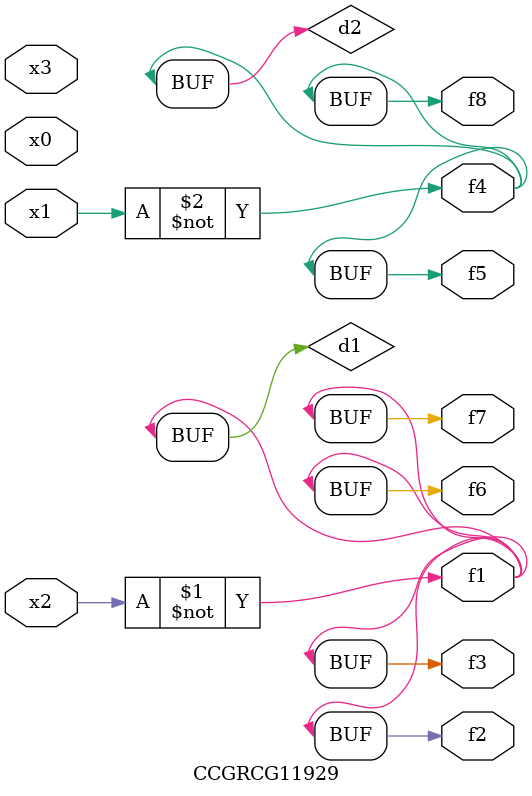
<source format=v>
module CCGRCG11929(
	input x0, x1, x2, x3,
	output f1, f2, f3, f4, f5, f6, f7, f8
);

	wire d1, d2;

	xnor (d1, x2);
	not (d2, x1);
	assign f1 = d1;
	assign f2 = d1;
	assign f3 = d1;
	assign f4 = d2;
	assign f5 = d2;
	assign f6 = d1;
	assign f7 = d1;
	assign f8 = d2;
endmodule

</source>
